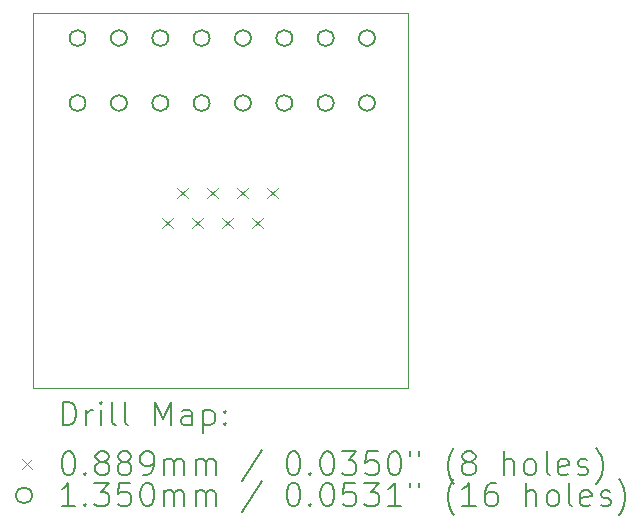
<source format=gbr>
%TF.GenerationSoftware,KiCad,Pcbnew,7.0.7*%
%TF.CreationDate,2024-02-07T12:50:50-08:00*%
%TF.ProjectId,EthBreakoutBoard,45746842-7265-4616-9b6f-7574426f6172,rev?*%
%TF.SameCoordinates,Original*%
%TF.FileFunction,Drillmap*%
%TF.FilePolarity,Positive*%
%FSLAX45Y45*%
G04 Gerber Fmt 4.5, Leading zero omitted, Abs format (unit mm)*
G04 Created by KiCad (PCBNEW 7.0.7) date 2024-02-07 12:50:50*
%MOMM*%
%LPD*%
G01*
G04 APERTURE LIST*
%ADD10C,0.100000*%
%ADD11C,0.200000*%
%ADD12C,0.088900*%
%ADD13C,0.135000*%
G04 APERTURE END LIST*
D10*
X2540000Y-2540000D02*
X5715000Y-2540000D01*
X5715000Y-5715000D01*
X2540000Y-5715000D01*
X2540000Y-2540000D01*
D11*
D12*
X3638550Y-4273550D02*
X3727450Y-4362450D01*
X3727450Y-4273550D02*
X3638550Y-4362450D01*
X3765550Y-4019550D02*
X3854450Y-4108450D01*
X3854450Y-4019550D02*
X3765550Y-4108450D01*
X3892550Y-4273550D02*
X3981450Y-4362450D01*
X3981450Y-4273550D02*
X3892550Y-4362450D01*
X4019550Y-4019550D02*
X4108450Y-4108450D01*
X4108450Y-4019550D02*
X4019550Y-4108450D01*
X4146550Y-4273550D02*
X4235450Y-4362450D01*
X4235450Y-4273550D02*
X4146550Y-4362450D01*
X4273550Y-4019550D02*
X4362450Y-4108450D01*
X4362450Y-4019550D02*
X4273550Y-4108450D01*
X4400550Y-4273550D02*
X4489450Y-4362450D01*
X4489450Y-4273550D02*
X4400550Y-4362450D01*
X4527550Y-4019550D02*
X4616450Y-4108450D01*
X4616450Y-4019550D02*
X4527550Y-4108450D01*
D13*
X2988500Y-2752000D02*
G75*
G03*
X2988500Y-2752000I-67500J0D01*
G01*
X2988500Y-3302000D02*
G75*
G03*
X2988500Y-3302000I-67500J0D01*
G01*
X3338500Y-2752000D02*
G75*
G03*
X3338500Y-2752000I-67500J0D01*
G01*
X3338500Y-3302000D02*
G75*
G03*
X3338500Y-3302000I-67500J0D01*
G01*
X3688500Y-2752000D02*
G75*
G03*
X3688500Y-2752000I-67500J0D01*
G01*
X3688500Y-3302000D02*
G75*
G03*
X3688500Y-3302000I-67500J0D01*
G01*
X4038500Y-2752000D02*
G75*
G03*
X4038500Y-2752000I-67500J0D01*
G01*
X4038500Y-3302000D02*
G75*
G03*
X4038500Y-3302000I-67500J0D01*
G01*
X4388500Y-2752000D02*
G75*
G03*
X4388500Y-2752000I-67500J0D01*
G01*
X4388500Y-3302000D02*
G75*
G03*
X4388500Y-3302000I-67500J0D01*
G01*
X4738500Y-2752000D02*
G75*
G03*
X4738500Y-2752000I-67500J0D01*
G01*
X4738500Y-3302000D02*
G75*
G03*
X4738500Y-3302000I-67500J0D01*
G01*
X5088500Y-2752000D02*
G75*
G03*
X5088500Y-2752000I-67500J0D01*
G01*
X5088500Y-3302000D02*
G75*
G03*
X5088500Y-3302000I-67500J0D01*
G01*
X5438500Y-2752000D02*
G75*
G03*
X5438500Y-2752000I-67500J0D01*
G01*
X5438500Y-3302000D02*
G75*
G03*
X5438500Y-3302000I-67500J0D01*
G01*
D11*
X2795777Y-6031484D02*
X2795777Y-5831484D01*
X2795777Y-5831484D02*
X2843396Y-5831484D01*
X2843396Y-5831484D02*
X2871967Y-5841008D01*
X2871967Y-5841008D02*
X2891015Y-5860055D01*
X2891015Y-5860055D02*
X2900539Y-5879103D01*
X2900539Y-5879103D02*
X2910062Y-5917198D01*
X2910062Y-5917198D02*
X2910062Y-5945769D01*
X2910062Y-5945769D02*
X2900539Y-5983865D01*
X2900539Y-5983865D02*
X2891015Y-6002912D01*
X2891015Y-6002912D02*
X2871967Y-6021960D01*
X2871967Y-6021960D02*
X2843396Y-6031484D01*
X2843396Y-6031484D02*
X2795777Y-6031484D01*
X2995777Y-6031484D02*
X2995777Y-5898150D01*
X2995777Y-5936246D02*
X3005301Y-5917198D01*
X3005301Y-5917198D02*
X3014824Y-5907674D01*
X3014824Y-5907674D02*
X3033872Y-5898150D01*
X3033872Y-5898150D02*
X3052920Y-5898150D01*
X3119586Y-6031484D02*
X3119586Y-5898150D01*
X3119586Y-5831484D02*
X3110062Y-5841008D01*
X3110062Y-5841008D02*
X3119586Y-5850531D01*
X3119586Y-5850531D02*
X3129110Y-5841008D01*
X3129110Y-5841008D02*
X3119586Y-5831484D01*
X3119586Y-5831484D02*
X3119586Y-5850531D01*
X3243396Y-6031484D02*
X3224348Y-6021960D01*
X3224348Y-6021960D02*
X3214824Y-6002912D01*
X3214824Y-6002912D02*
X3214824Y-5831484D01*
X3348158Y-6031484D02*
X3329110Y-6021960D01*
X3329110Y-6021960D02*
X3319586Y-6002912D01*
X3319586Y-6002912D02*
X3319586Y-5831484D01*
X3576729Y-6031484D02*
X3576729Y-5831484D01*
X3576729Y-5831484D02*
X3643396Y-5974341D01*
X3643396Y-5974341D02*
X3710062Y-5831484D01*
X3710062Y-5831484D02*
X3710062Y-6031484D01*
X3891015Y-6031484D02*
X3891015Y-5926722D01*
X3891015Y-5926722D02*
X3881491Y-5907674D01*
X3881491Y-5907674D02*
X3862443Y-5898150D01*
X3862443Y-5898150D02*
X3824348Y-5898150D01*
X3824348Y-5898150D02*
X3805301Y-5907674D01*
X3891015Y-6021960D02*
X3871967Y-6031484D01*
X3871967Y-6031484D02*
X3824348Y-6031484D01*
X3824348Y-6031484D02*
X3805301Y-6021960D01*
X3805301Y-6021960D02*
X3795777Y-6002912D01*
X3795777Y-6002912D02*
X3795777Y-5983865D01*
X3795777Y-5983865D02*
X3805301Y-5964817D01*
X3805301Y-5964817D02*
X3824348Y-5955293D01*
X3824348Y-5955293D02*
X3871967Y-5955293D01*
X3871967Y-5955293D02*
X3891015Y-5945769D01*
X3986253Y-5898150D02*
X3986253Y-6098150D01*
X3986253Y-5907674D02*
X4005301Y-5898150D01*
X4005301Y-5898150D02*
X4043396Y-5898150D01*
X4043396Y-5898150D02*
X4062443Y-5907674D01*
X4062443Y-5907674D02*
X4071967Y-5917198D01*
X4071967Y-5917198D02*
X4081491Y-5936246D01*
X4081491Y-5936246D02*
X4081491Y-5993388D01*
X4081491Y-5993388D02*
X4071967Y-6012436D01*
X4071967Y-6012436D02*
X4062443Y-6021960D01*
X4062443Y-6021960D02*
X4043396Y-6031484D01*
X4043396Y-6031484D02*
X4005301Y-6031484D01*
X4005301Y-6031484D02*
X3986253Y-6021960D01*
X4167205Y-6012436D02*
X4176729Y-6021960D01*
X4176729Y-6021960D02*
X4167205Y-6031484D01*
X4167205Y-6031484D02*
X4157682Y-6021960D01*
X4157682Y-6021960D02*
X4167205Y-6012436D01*
X4167205Y-6012436D02*
X4167205Y-6031484D01*
X4167205Y-5907674D02*
X4176729Y-5917198D01*
X4176729Y-5917198D02*
X4167205Y-5926722D01*
X4167205Y-5926722D02*
X4157682Y-5917198D01*
X4157682Y-5917198D02*
X4167205Y-5907674D01*
X4167205Y-5907674D02*
X4167205Y-5926722D01*
D12*
X2446100Y-6315550D02*
X2535000Y-6404450D01*
X2535000Y-6315550D02*
X2446100Y-6404450D01*
D11*
X2833872Y-6251484D02*
X2852920Y-6251484D01*
X2852920Y-6251484D02*
X2871967Y-6261008D01*
X2871967Y-6261008D02*
X2881491Y-6270531D01*
X2881491Y-6270531D02*
X2891015Y-6289579D01*
X2891015Y-6289579D02*
X2900539Y-6327674D01*
X2900539Y-6327674D02*
X2900539Y-6375293D01*
X2900539Y-6375293D02*
X2891015Y-6413388D01*
X2891015Y-6413388D02*
X2881491Y-6432436D01*
X2881491Y-6432436D02*
X2871967Y-6441960D01*
X2871967Y-6441960D02*
X2852920Y-6451484D01*
X2852920Y-6451484D02*
X2833872Y-6451484D01*
X2833872Y-6451484D02*
X2814824Y-6441960D01*
X2814824Y-6441960D02*
X2805301Y-6432436D01*
X2805301Y-6432436D02*
X2795777Y-6413388D01*
X2795777Y-6413388D02*
X2786253Y-6375293D01*
X2786253Y-6375293D02*
X2786253Y-6327674D01*
X2786253Y-6327674D02*
X2795777Y-6289579D01*
X2795777Y-6289579D02*
X2805301Y-6270531D01*
X2805301Y-6270531D02*
X2814824Y-6261008D01*
X2814824Y-6261008D02*
X2833872Y-6251484D01*
X2986253Y-6432436D02*
X2995777Y-6441960D01*
X2995777Y-6441960D02*
X2986253Y-6451484D01*
X2986253Y-6451484D02*
X2976729Y-6441960D01*
X2976729Y-6441960D02*
X2986253Y-6432436D01*
X2986253Y-6432436D02*
X2986253Y-6451484D01*
X3110062Y-6337198D02*
X3091015Y-6327674D01*
X3091015Y-6327674D02*
X3081491Y-6318150D01*
X3081491Y-6318150D02*
X3071967Y-6299103D01*
X3071967Y-6299103D02*
X3071967Y-6289579D01*
X3071967Y-6289579D02*
X3081491Y-6270531D01*
X3081491Y-6270531D02*
X3091015Y-6261008D01*
X3091015Y-6261008D02*
X3110062Y-6251484D01*
X3110062Y-6251484D02*
X3148158Y-6251484D01*
X3148158Y-6251484D02*
X3167205Y-6261008D01*
X3167205Y-6261008D02*
X3176729Y-6270531D01*
X3176729Y-6270531D02*
X3186253Y-6289579D01*
X3186253Y-6289579D02*
X3186253Y-6299103D01*
X3186253Y-6299103D02*
X3176729Y-6318150D01*
X3176729Y-6318150D02*
X3167205Y-6327674D01*
X3167205Y-6327674D02*
X3148158Y-6337198D01*
X3148158Y-6337198D02*
X3110062Y-6337198D01*
X3110062Y-6337198D02*
X3091015Y-6346722D01*
X3091015Y-6346722D02*
X3081491Y-6356246D01*
X3081491Y-6356246D02*
X3071967Y-6375293D01*
X3071967Y-6375293D02*
X3071967Y-6413388D01*
X3071967Y-6413388D02*
X3081491Y-6432436D01*
X3081491Y-6432436D02*
X3091015Y-6441960D01*
X3091015Y-6441960D02*
X3110062Y-6451484D01*
X3110062Y-6451484D02*
X3148158Y-6451484D01*
X3148158Y-6451484D02*
X3167205Y-6441960D01*
X3167205Y-6441960D02*
X3176729Y-6432436D01*
X3176729Y-6432436D02*
X3186253Y-6413388D01*
X3186253Y-6413388D02*
X3186253Y-6375293D01*
X3186253Y-6375293D02*
X3176729Y-6356246D01*
X3176729Y-6356246D02*
X3167205Y-6346722D01*
X3167205Y-6346722D02*
X3148158Y-6337198D01*
X3300539Y-6337198D02*
X3281491Y-6327674D01*
X3281491Y-6327674D02*
X3271967Y-6318150D01*
X3271967Y-6318150D02*
X3262443Y-6299103D01*
X3262443Y-6299103D02*
X3262443Y-6289579D01*
X3262443Y-6289579D02*
X3271967Y-6270531D01*
X3271967Y-6270531D02*
X3281491Y-6261008D01*
X3281491Y-6261008D02*
X3300539Y-6251484D01*
X3300539Y-6251484D02*
X3338634Y-6251484D01*
X3338634Y-6251484D02*
X3357682Y-6261008D01*
X3357682Y-6261008D02*
X3367205Y-6270531D01*
X3367205Y-6270531D02*
X3376729Y-6289579D01*
X3376729Y-6289579D02*
X3376729Y-6299103D01*
X3376729Y-6299103D02*
X3367205Y-6318150D01*
X3367205Y-6318150D02*
X3357682Y-6327674D01*
X3357682Y-6327674D02*
X3338634Y-6337198D01*
X3338634Y-6337198D02*
X3300539Y-6337198D01*
X3300539Y-6337198D02*
X3281491Y-6346722D01*
X3281491Y-6346722D02*
X3271967Y-6356246D01*
X3271967Y-6356246D02*
X3262443Y-6375293D01*
X3262443Y-6375293D02*
X3262443Y-6413388D01*
X3262443Y-6413388D02*
X3271967Y-6432436D01*
X3271967Y-6432436D02*
X3281491Y-6441960D01*
X3281491Y-6441960D02*
X3300539Y-6451484D01*
X3300539Y-6451484D02*
X3338634Y-6451484D01*
X3338634Y-6451484D02*
X3357682Y-6441960D01*
X3357682Y-6441960D02*
X3367205Y-6432436D01*
X3367205Y-6432436D02*
X3376729Y-6413388D01*
X3376729Y-6413388D02*
X3376729Y-6375293D01*
X3376729Y-6375293D02*
X3367205Y-6356246D01*
X3367205Y-6356246D02*
X3357682Y-6346722D01*
X3357682Y-6346722D02*
X3338634Y-6337198D01*
X3471967Y-6451484D02*
X3510062Y-6451484D01*
X3510062Y-6451484D02*
X3529110Y-6441960D01*
X3529110Y-6441960D02*
X3538634Y-6432436D01*
X3538634Y-6432436D02*
X3557682Y-6403865D01*
X3557682Y-6403865D02*
X3567205Y-6365769D01*
X3567205Y-6365769D02*
X3567205Y-6289579D01*
X3567205Y-6289579D02*
X3557682Y-6270531D01*
X3557682Y-6270531D02*
X3548158Y-6261008D01*
X3548158Y-6261008D02*
X3529110Y-6251484D01*
X3529110Y-6251484D02*
X3491015Y-6251484D01*
X3491015Y-6251484D02*
X3471967Y-6261008D01*
X3471967Y-6261008D02*
X3462443Y-6270531D01*
X3462443Y-6270531D02*
X3452920Y-6289579D01*
X3452920Y-6289579D02*
X3452920Y-6337198D01*
X3452920Y-6337198D02*
X3462443Y-6356246D01*
X3462443Y-6356246D02*
X3471967Y-6365769D01*
X3471967Y-6365769D02*
X3491015Y-6375293D01*
X3491015Y-6375293D02*
X3529110Y-6375293D01*
X3529110Y-6375293D02*
X3548158Y-6365769D01*
X3548158Y-6365769D02*
X3557682Y-6356246D01*
X3557682Y-6356246D02*
X3567205Y-6337198D01*
X3652920Y-6451484D02*
X3652920Y-6318150D01*
X3652920Y-6337198D02*
X3662443Y-6327674D01*
X3662443Y-6327674D02*
X3681491Y-6318150D01*
X3681491Y-6318150D02*
X3710063Y-6318150D01*
X3710063Y-6318150D02*
X3729110Y-6327674D01*
X3729110Y-6327674D02*
X3738634Y-6346722D01*
X3738634Y-6346722D02*
X3738634Y-6451484D01*
X3738634Y-6346722D02*
X3748158Y-6327674D01*
X3748158Y-6327674D02*
X3767205Y-6318150D01*
X3767205Y-6318150D02*
X3795777Y-6318150D01*
X3795777Y-6318150D02*
X3814824Y-6327674D01*
X3814824Y-6327674D02*
X3824348Y-6346722D01*
X3824348Y-6346722D02*
X3824348Y-6451484D01*
X3919586Y-6451484D02*
X3919586Y-6318150D01*
X3919586Y-6337198D02*
X3929110Y-6327674D01*
X3929110Y-6327674D02*
X3948158Y-6318150D01*
X3948158Y-6318150D02*
X3976729Y-6318150D01*
X3976729Y-6318150D02*
X3995777Y-6327674D01*
X3995777Y-6327674D02*
X4005301Y-6346722D01*
X4005301Y-6346722D02*
X4005301Y-6451484D01*
X4005301Y-6346722D02*
X4014824Y-6327674D01*
X4014824Y-6327674D02*
X4033872Y-6318150D01*
X4033872Y-6318150D02*
X4062443Y-6318150D01*
X4062443Y-6318150D02*
X4081491Y-6327674D01*
X4081491Y-6327674D02*
X4091015Y-6346722D01*
X4091015Y-6346722D02*
X4091015Y-6451484D01*
X4481491Y-6241960D02*
X4310063Y-6499103D01*
X4738634Y-6251484D02*
X4757682Y-6251484D01*
X4757682Y-6251484D02*
X4776729Y-6261008D01*
X4776729Y-6261008D02*
X4786253Y-6270531D01*
X4786253Y-6270531D02*
X4795777Y-6289579D01*
X4795777Y-6289579D02*
X4805301Y-6327674D01*
X4805301Y-6327674D02*
X4805301Y-6375293D01*
X4805301Y-6375293D02*
X4795777Y-6413388D01*
X4795777Y-6413388D02*
X4786253Y-6432436D01*
X4786253Y-6432436D02*
X4776729Y-6441960D01*
X4776729Y-6441960D02*
X4757682Y-6451484D01*
X4757682Y-6451484D02*
X4738634Y-6451484D01*
X4738634Y-6451484D02*
X4719587Y-6441960D01*
X4719587Y-6441960D02*
X4710063Y-6432436D01*
X4710063Y-6432436D02*
X4700539Y-6413388D01*
X4700539Y-6413388D02*
X4691015Y-6375293D01*
X4691015Y-6375293D02*
X4691015Y-6327674D01*
X4691015Y-6327674D02*
X4700539Y-6289579D01*
X4700539Y-6289579D02*
X4710063Y-6270531D01*
X4710063Y-6270531D02*
X4719587Y-6261008D01*
X4719587Y-6261008D02*
X4738634Y-6251484D01*
X4891015Y-6432436D02*
X4900539Y-6441960D01*
X4900539Y-6441960D02*
X4891015Y-6451484D01*
X4891015Y-6451484D02*
X4881491Y-6441960D01*
X4881491Y-6441960D02*
X4891015Y-6432436D01*
X4891015Y-6432436D02*
X4891015Y-6451484D01*
X5024348Y-6251484D02*
X5043396Y-6251484D01*
X5043396Y-6251484D02*
X5062444Y-6261008D01*
X5062444Y-6261008D02*
X5071968Y-6270531D01*
X5071968Y-6270531D02*
X5081491Y-6289579D01*
X5081491Y-6289579D02*
X5091015Y-6327674D01*
X5091015Y-6327674D02*
X5091015Y-6375293D01*
X5091015Y-6375293D02*
X5081491Y-6413388D01*
X5081491Y-6413388D02*
X5071968Y-6432436D01*
X5071968Y-6432436D02*
X5062444Y-6441960D01*
X5062444Y-6441960D02*
X5043396Y-6451484D01*
X5043396Y-6451484D02*
X5024348Y-6451484D01*
X5024348Y-6451484D02*
X5005301Y-6441960D01*
X5005301Y-6441960D02*
X4995777Y-6432436D01*
X4995777Y-6432436D02*
X4986253Y-6413388D01*
X4986253Y-6413388D02*
X4976729Y-6375293D01*
X4976729Y-6375293D02*
X4976729Y-6327674D01*
X4976729Y-6327674D02*
X4986253Y-6289579D01*
X4986253Y-6289579D02*
X4995777Y-6270531D01*
X4995777Y-6270531D02*
X5005301Y-6261008D01*
X5005301Y-6261008D02*
X5024348Y-6251484D01*
X5157682Y-6251484D02*
X5281491Y-6251484D01*
X5281491Y-6251484D02*
X5214825Y-6327674D01*
X5214825Y-6327674D02*
X5243396Y-6327674D01*
X5243396Y-6327674D02*
X5262444Y-6337198D01*
X5262444Y-6337198D02*
X5271968Y-6346722D01*
X5271968Y-6346722D02*
X5281491Y-6365769D01*
X5281491Y-6365769D02*
X5281491Y-6413388D01*
X5281491Y-6413388D02*
X5271968Y-6432436D01*
X5271968Y-6432436D02*
X5262444Y-6441960D01*
X5262444Y-6441960D02*
X5243396Y-6451484D01*
X5243396Y-6451484D02*
X5186253Y-6451484D01*
X5186253Y-6451484D02*
X5167206Y-6441960D01*
X5167206Y-6441960D02*
X5157682Y-6432436D01*
X5462444Y-6251484D02*
X5367206Y-6251484D01*
X5367206Y-6251484D02*
X5357682Y-6346722D01*
X5357682Y-6346722D02*
X5367206Y-6337198D01*
X5367206Y-6337198D02*
X5386253Y-6327674D01*
X5386253Y-6327674D02*
X5433872Y-6327674D01*
X5433872Y-6327674D02*
X5452920Y-6337198D01*
X5452920Y-6337198D02*
X5462444Y-6346722D01*
X5462444Y-6346722D02*
X5471968Y-6365769D01*
X5471968Y-6365769D02*
X5471968Y-6413388D01*
X5471968Y-6413388D02*
X5462444Y-6432436D01*
X5462444Y-6432436D02*
X5452920Y-6441960D01*
X5452920Y-6441960D02*
X5433872Y-6451484D01*
X5433872Y-6451484D02*
X5386253Y-6451484D01*
X5386253Y-6451484D02*
X5367206Y-6441960D01*
X5367206Y-6441960D02*
X5357682Y-6432436D01*
X5595777Y-6251484D02*
X5614825Y-6251484D01*
X5614825Y-6251484D02*
X5633872Y-6261008D01*
X5633872Y-6261008D02*
X5643396Y-6270531D01*
X5643396Y-6270531D02*
X5652920Y-6289579D01*
X5652920Y-6289579D02*
X5662444Y-6327674D01*
X5662444Y-6327674D02*
X5662444Y-6375293D01*
X5662444Y-6375293D02*
X5652920Y-6413388D01*
X5652920Y-6413388D02*
X5643396Y-6432436D01*
X5643396Y-6432436D02*
X5633872Y-6441960D01*
X5633872Y-6441960D02*
X5614825Y-6451484D01*
X5614825Y-6451484D02*
X5595777Y-6451484D01*
X5595777Y-6451484D02*
X5576729Y-6441960D01*
X5576729Y-6441960D02*
X5567206Y-6432436D01*
X5567206Y-6432436D02*
X5557682Y-6413388D01*
X5557682Y-6413388D02*
X5548158Y-6375293D01*
X5548158Y-6375293D02*
X5548158Y-6327674D01*
X5548158Y-6327674D02*
X5557682Y-6289579D01*
X5557682Y-6289579D02*
X5567206Y-6270531D01*
X5567206Y-6270531D02*
X5576729Y-6261008D01*
X5576729Y-6261008D02*
X5595777Y-6251484D01*
X5738634Y-6251484D02*
X5738634Y-6289579D01*
X5814825Y-6251484D02*
X5814825Y-6289579D01*
X6110063Y-6527674D02*
X6100539Y-6518150D01*
X6100539Y-6518150D02*
X6081491Y-6489579D01*
X6081491Y-6489579D02*
X6071968Y-6470531D01*
X6071968Y-6470531D02*
X6062444Y-6441960D01*
X6062444Y-6441960D02*
X6052920Y-6394341D01*
X6052920Y-6394341D02*
X6052920Y-6356246D01*
X6052920Y-6356246D02*
X6062444Y-6308627D01*
X6062444Y-6308627D02*
X6071968Y-6280055D01*
X6071968Y-6280055D02*
X6081491Y-6261008D01*
X6081491Y-6261008D02*
X6100539Y-6232436D01*
X6100539Y-6232436D02*
X6110063Y-6222912D01*
X6214825Y-6337198D02*
X6195777Y-6327674D01*
X6195777Y-6327674D02*
X6186253Y-6318150D01*
X6186253Y-6318150D02*
X6176729Y-6299103D01*
X6176729Y-6299103D02*
X6176729Y-6289579D01*
X6176729Y-6289579D02*
X6186253Y-6270531D01*
X6186253Y-6270531D02*
X6195777Y-6261008D01*
X6195777Y-6261008D02*
X6214825Y-6251484D01*
X6214825Y-6251484D02*
X6252920Y-6251484D01*
X6252920Y-6251484D02*
X6271968Y-6261008D01*
X6271968Y-6261008D02*
X6281491Y-6270531D01*
X6281491Y-6270531D02*
X6291015Y-6289579D01*
X6291015Y-6289579D02*
X6291015Y-6299103D01*
X6291015Y-6299103D02*
X6281491Y-6318150D01*
X6281491Y-6318150D02*
X6271968Y-6327674D01*
X6271968Y-6327674D02*
X6252920Y-6337198D01*
X6252920Y-6337198D02*
X6214825Y-6337198D01*
X6214825Y-6337198D02*
X6195777Y-6346722D01*
X6195777Y-6346722D02*
X6186253Y-6356246D01*
X6186253Y-6356246D02*
X6176729Y-6375293D01*
X6176729Y-6375293D02*
X6176729Y-6413388D01*
X6176729Y-6413388D02*
X6186253Y-6432436D01*
X6186253Y-6432436D02*
X6195777Y-6441960D01*
X6195777Y-6441960D02*
X6214825Y-6451484D01*
X6214825Y-6451484D02*
X6252920Y-6451484D01*
X6252920Y-6451484D02*
X6271968Y-6441960D01*
X6271968Y-6441960D02*
X6281491Y-6432436D01*
X6281491Y-6432436D02*
X6291015Y-6413388D01*
X6291015Y-6413388D02*
X6291015Y-6375293D01*
X6291015Y-6375293D02*
X6281491Y-6356246D01*
X6281491Y-6356246D02*
X6271968Y-6346722D01*
X6271968Y-6346722D02*
X6252920Y-6337198D01*
X6529110Y-6451484D02*
X6529110Y-6251484D01*
X6614825Y-6451484D02*
X6614825Y-6346722D01*
X6614825Y-6346722D02*
X6605301Y-6327674D01*
X6605301Y-6327674D02*
X6586253Y-6318150D01*
X6586253Y-6318150D02*
X6557682Y-6318150D01*
X6557682Y-6318150D02*
X6538634Y-6327674D01*
X6538634Y-6327674D02*
X6529110Y-6337198D01*
X6738634Y-6451484D02*
X6719587Y-6441960D01*
X6719587Y-6441960D02*
X6710063Y-6432436D01*
X6710063Y-6432436D02*
X6700539Y-6413388D01*
X6700539Y-6413388D02*
X6700539Y-6356246D01*
X6700539Y-6356246D02*
X6710063Y-6337198D01*
X6710063Y-6337198D02*
X6719587Y-6327674D01*
X6719587Y-6327674D02*
X6738634Y-6318150D01*
X6738634Y-6318150D02*
X6767206Y-6318150D01*
X6767206Y-6318150D02*
X6786253Y-6327674D01*
X6786253Y-6327674D02*
X6795777Y-6337198D01*
X6795777Y-6337198D02*
X6805301Y-6356246D01*
X6805301Y-6356246D02*
X6805301Y-6413388D01*
X6805301Y-6413388D02*
X6795777Y-6432436D01*
X6795777Y-6432436D02*
X6786253Y-6441960D01*
X6786253Y-6441960D02*
X6767206Y-6451484D01*
X6767206Y-6451484D02*
X6738634Y-6451484D01*
X6919587Y-6451484D02*
X6900539Y-6441960D01*
X6900539Y-6441960D02*
X6891015Y-6422912D01*
X6891015Y-6422912D02*
X6891015Y-6251484D01*
X7071968Y-6441960D02*
X7052920Y-6451484D01*
X7052920Y-6451484D02*
X7014825Y-6451484D01*
X7014825Y-6451484D02*
X6995777Y-6441960D01*
X6995777Y-6441960D02*
X6986253Y-6422912D01*
X6986253Y-6422912D02*
X6986253Y-6346722D01*
X6986253Y-6346722D02*
X6995777Y-6327674D01*
X6995777Y-6327674D02*
X7014825Y-6318150D01*
X7014825Y-6318150D02*
X7052920Y-6318150D01*
X7052920Y-6318150D02*
X7071968Y-6327674D01*
X7071968Y-6327674D02*
X7081491Y-6346722D01*
X7081491Y-6346722D02*
X7081491Y-6365769D01*
X7081491Y-6365769D02*
X6986253Y-6384817D01*
X7157682Y-6441960D02*
X7176730Y-6451484D01*
X7176730Y-6451484D02*
X7214825Y-6451484D01*
X7214825Y-6451484D02*
X7233872Y-6441960D01*
X7233872Y-6441960D02*
X7243396Y-6422912D01*
X7243396Y-6422912D02*
X7243396Y-6413388D01*
X7243396Y-6413388D02*
X7233872Y-6394341D01*
X7233872Y-6394341D02*
X7214825Y-6384817D01*
X7214825Y-6384817D02*
X7186253Y-6384817D01*
X7186253Y-6384817D02*
X7167206Y-6375293D01*
X7167206Y-6375293D02*
X7157682Y-6356246D01*
X7157682Y-6356246D02*
X7157682Y-6346722D01*
X7157682Y-6346722D02*
X7167206Y-6327674D01*
X7167206Y-6327674D02*
X7186253Y-6318150D01*
X7186253Y-6318150D02*
X7214825Y-6318150D01*
X7214825Y-6318150D02*
X7233872Y-6327674D01*
X7310063Y-6527674D02*
X7319587Y-6518150D01*
X7319587Y-6518150D02*
X7338634Y-6489579D01*
X7338634Y-6489579D02*
X7348158Y-6470531D01*
X7348158Y-6470531D02*
X7357682Y-6441960D01*
X7357682Y-6441960D02*
X7367206Y-6394341D01*
X7367206Y-6394341D02*
X7367206Y-6356246D01*
X7367206Y-6356246D02*
X7357682Y-6308627D01*
X7357682Y-6308627D02*
X7348158Y-6280055D01*
X7348158Y-6280055D02*
X7338634Y-6261008D01*
X7338634Y-6261008D02*
X7319587Y-6232436D01*
X7319587Y-6232436D02*
X7310063Y-6222912D01*
D13*
X2535000Y-6624000D02*
G75*
G03*
X2535000Y-6624000I-67500J0D01*
G01*
D11*
X2900539Y-6715484D02*
X2786253Y-6715484D01*
X2843396Y-6715484D02*
X2843396Y-6515484D01*
X2843396Y-6515484D02*
X2824348Y-6544055D01*
X2824348Y-6544055D02*
X2805301Y-6563103D01*
X2805301Y-6563103D02*
X2786253Y-6572627D01*
X2986253Y-6696436D02*
X2995777Y-6705960D01*
X2995777Y-6705960D02*
X2986253Y-6715484D01*
X2986253Y-6715484D02*
X2976729Y-6705960D01*
X2976729Y-6705960D02*
X2986253Y-6696436D01*
X2986253Y-6696436D02*
X2986253Y-6715484D01*
X3062443Y-6515484D02*
X3186253Y-6515484D01*
X3186253Y-6515484D02*
X3119586Y-6591674D01*
X3119586Y-6591674D02*
X3148158Y-6591674D01*
X3148158Y-6591674D02*
X3167205Y-6601198D01*
X3167205Y-6601198D02*
X3176729Y-6610722D01*
X3176729Y-6610722D02*
X3186253Y-6629769D01*
X3186253Y-6629769D02*
X3186253Y-6677388D01*
X3186253Y-6677388D02*
X3176729Y-6696436D01*
X3176729Y-6696436D02*
X3167205Y-6705960D01*
X3167205Y-6705960D02*
X3148158Y-6715484D01*
X3148158Y-6715484D02*
X3091015Y-6715484D01*
X3091015Y-6715484D02*
X3071967Y-6705960D01*
X3071967Y-6705960D02*
X3062443Y-6696436D01*
X3367205Y-6515484D02*
X3271967Y-6515484D01*
X3271967Y-6515484D02*
X3262443Y-6610722D01*
X3262443Y-6610722D02*
X3271967Y-6601198D01*
X3271967Y-6601198D02*
X3291015Y-6591674D01*
X3291015Y-6591674D02*
X3338634Y-6591674D01*
X3338634Y-6591674D02*
X3357682Y-6601198D01*
X3357682Y-6601198D02*
X3367205Y-6610722D01*
X3367205Y-6610722D02*
X3376729Y-6629769D01*
X3376729Y-6629769D02*
X3376729Y-6677388D01*
X3376729Y-6677388D02*
X3367205Y-6696436D01*
X3367205Y-6696436D02*
X3357682Y-6705960D01*
X3357682Y-6705960D02*
X3338634Y-6715484D01*
X3338634Y-6715484D02*
X3291015Y-6715484D01*
X3291015Y-6715484D02*
X3271967Y-6705960D01*
X3271967Y-6705960D02*
X3262443Y-6696436D01*
X3500539Y-6515484D02*
X3519586Y-6515484D01*
X3519586Y-6515484D02*
X3538634Y-6525008D01*
X3538634Y-6525008D02*
X3548158Y-6534531D01*
X3548158Y-6534531D02*
X3557682Y-6553579D01*
X3557682Y-6553579D02*
X3567205Y-6591674D01*
X3567205Y-6591674D02*
X3567205Y-6639293D01*
X3567205Y-6639293D02*
X3557682Y-6677388D01*
X3557682Y-6677388D02*
X3548158Y-6696436D01*
X3548158Y-6696436D02*
X3538634Y-6705960D01*
X3538634Y-6705960D02*
X3519586Y-6715484D01*
X3519586Y-6715484D02*
X3500539Y-6715484D01*
X3500539Y-6715484D02*
X3481491Y-6705960D01*
X3481491Y-6705960D02*
X3471967Y-6696436D01*
X3471967Y-6696436D02*
X3462443Y-6677388D01*
X3462443Y-6677388D02*
X3452920Y-6639293D01*
X3452920Y-6639293D02*
X3452920Y-6591674D01*
X3452920Y-6591674D02*
X3462443Y-6553579D01*
X3462443Y-6553579D02*
X3471967Y-6534531D01*
X3471967Y-6534531D02*
X3481491Y-6525008D01*
X3481491Y-6525008D02*
X3500539Y-6515484D01*
X3652920Y-6715484D02*
X3652920Y-6582150D01*
X3652920Y-6601198D02*
X3662443Y-6591674D01*
X3662443Y-6591674D02*
X3681491Y-6582150D01*
X3681491Y-6582150D02*
X3710063Y-6582150D01*
X3710063Y-6582150D02*
X3729110Y-6591674D01*
X3729110Y-6591674D02*
X3738634Y-6610722D01*
X3738634Y-6610722D02*
X3738634Y-6715484D01*
X3738634Y-6610722D02*
X3748158Y-6591674D01*
X3748158Y-6591674D02*
X3767205Y-6582150D01*
X3767205Y-6582150D02*
X3795777Y-6582150D01*
X3795777Y-6582150D02*
X3814824Y-6591674D01*
X3814824Y-6591674D02*
X3824348Y-6610722D01*
X3824348Y-6610722D02*
X3824348Y-6715484D01*
X3919586Y-6715484D02*
X3919586Y-6582150D01*
X3919586Y-6601198D02*
X3929110Y-6591674D01*
X3929110Y-6591674D02*
X3948158Y-6582150D01*
X3948158Y-6582150D02*
X3976729Y-6582150D01*
X3976729Y-6582150D02*
X3995777Y-6591674D01*
X3995777Y-6591674D02*
X4005301Y-6610722D01*
X4005301Y-6610722D02*
X4005301Y-6715484D01*
X4005301Y-6610722D02*
X4014824Y-6591674D01*
X4014824Y-6591674D02*
X4033872Y-6582150D01*
X4033872Y-6582150D02*
X4062443Y-6582150D01*
X4062443Y-6582150D02*
X4081491Y-6591674D01*
X4081491Y-6591674D02*
X4091015Y-6610722D01*
X4091015Y-6610722D02*
X4091015Y-6715484D01*
X4481491Y-6505960D02*
X4310063Y-6763103D01*
X4738634Y-6515484D02*
X4757682Y-6515484D01*
X4757682Y-6515484D02*
X4776729Y-6525008D01*
X4776729Y-6525008D02*
X4786253Y-6534531D01*
X4786253Y-6534531D02*
X4795777Y-6553579D01*
X4795777Y-6553579D02*
X4805301Y-6591674D01*
X4805301Y-6591674D02*
X4805301Y-6639293D01*
X4805301Y-6639293D02*
X4795777Y-6677388D01*
X4795777Y-6677388D02*
X4786253Y-6696436D01*
X4786253Y-6696436D02*
X4776729Y-6705960D01*
X4776729Y-6705960D02*
X4757682Y-6715484D01*
X4757682Y-6715484D02*
X4738634Y-6715484D01*
X4738634Y-6715484D02*
X4719587Y-6705960D01*
X4719587Y-6705960D02*
X4710063Y-6696436D01*
X4710063Y-6696436D02*
X4700539Y-6677388D01*
X4700539Y-6677388D02*
X4691015Y-6639293D01*
X4691015Y-6639293D02*
X4691015Y-6591674D01*
X4691015Y-6591674D02*
X4700539Y-6553579D01*
X4700539Y-6553579D02*
X4710063Y-6534531D01*
X4710063Y-6534531D02*
X4719587Y-6525008D01*
X4719587Y-6525008D02*
X4738634Y-6515484D01*
X4891015Y-6696436D02*
X4900539Y-6705960D01*
X4900539Y-6705960D02*
X4891015Y-6715484D01*
X4891015Y-6715484D02*
X4881491Y-6705960D01*
X4881491Y-6705960D02*
X4891015Y-6696436D01*
X4891015Y-6696436D02*
X4891015Y-6715484D01*
X5024348Y-6515484D02*
X5043396Y-6515484D01*
X5043396Y-6515484D02*
X5062444Y-6525008D01*
X5062444Y-6525008D02*
X5071968Y-6534531D01*
X5071968Y-6534531D02*
X5081491Y-6553579D01*
X5081491Y-6553579D02*
X5091015Y-6591674D01*
X5091015Y-6591674D02*
X5091015Y-6639293D01*
X5091015Y-6639293D02*
X5081491Y-6677388D01*
X5081491Y-6677388D02*
X5071968Y-6696436D01*
X5071968Y-6696436D02*
X5062444Y-6705960D01*
X5062444Y-6705960D02*
X5043396Y-6715484D01*
X5043396Y-6715484D02*
X5024348Y-6715484D01*
X5024348Y-6715484D02*
X5005301Y-6705960D01*
X5005301Y-6705960D02*
X4995777Y-6696436D01*
X4995777Y-6696436D02*
X4986253Y-6677388D01*
X4986253Y-6677388D02*
X4976729Y-6639293D01*
X4976729Y-6639293D02*
X4976729Y-6591674D01*
X4976729Y-6591674D02*
X4986253Y-6553579D01*
X4986253Y-6553579D02*
X4995777Y-6534531D01*
X4995777Y-6534531D02*
X5005301Y-6525008D01*
X5005301Y-6525008D02*
X5024348Y-6515484D01*
X5271968Y-6515484D02*
X5176729Y-6515484D01*
X5176729Y-6515484D02*
X5167206Y-6610722D01*
X5167206Y-6610722D02*
X5176729Y-6601198D01*
X5176729Y-6601198D02*
X5195777Y-6591674D01*
X5195777Y-6591674D02*
X5243396Y-6591674D01*
X5243396Y-6591674D02*
X5262444Y-6601198D01*
X5262444Y-6601198D02*
X5271968Y-6610722D01*
X5271968Y-6610722D02*
X5281491Y-6629769D01*
X5281491Y-6629769D02*
X5281491Y-6677388D01*
X5281491Y-6677388D02*
X5271968Y-6696436D01*
X5271968Y-6696436D02*
X5262444Y-6705960D01*
X5262444Y-6705960D02*
X5243396Y-6715484D01*
X5243396Y-6715484D02*
X5195777Y-6715484D01*
X5195777Y-6715484D02*
X5176729Y-6705960D01*
X5176729Y-6705960D02*
X5167206Y-6696436D01*
X5348158Y-6515484D02*
X5471968Y-6515484D01*
X5471968Y-6515484D02*
X5405301Y-6591674D01*
X5405301Y-6591674D02*
X5433872Y-6591674D01*
X5433872Y-6591674D02*
X5452920Y-6601198D01*
X5452920Y-6601198D02*
X5462444Y-6610722D01*
X5462444Y-6610722D02*
X5471968Y-6629769D01*
X5471968Y-6629769D02*
X5471968Y-6677388D01*
X5471968Y-6677388D02*
X5462444Y-6696436D01*
X5462444Y-6696436D02*
X5452920Y-6705960D01*
X5452920Y-6705960D02*
X5433872Y-6715484D01*
X5433872Y-6715484D02*
X5376729Y-6715484D01*
X5376729Y-6715484D02*
X5357682Y-6705960D01*
X5357682Y-6705960D02*
X5348158Y-6696436D01*
X5662444Y-6715484D02*
X5548158Y-6715484D01*
X5605301Y-6715484D02*
X5605301Y-6515484D01*
X5605301Y-6515484D02*
X5586253Y-6544055D01*
X5586253Y-6544055D02*
X5567206Y-6563103D01*
X5567206Y-6563103D02*
X5548158Y-6572627D01*
X5738634Y-6515484D02*
X5738634Y-6553579D01*
X5814825Y-6515484D02*
X5814825Y-6553579D01*
X6110063Y-6791674D02*
X6100539Y-6782150D01*
X6100539Y-6782150D02*
X6081491Y-6753579D01*
X6081491Y-6753579D02*
X6071968Y-6734531D01*
X6071968Y-6734531D02*
X6062444Y-6705960D01*
X6062444Y-6705960D02*
X6052920Y-6658341D01*
X6052920Y-6658341D02*
X6052920Y-6620246D01*
X6052920Y-6620246D02*
X6062444Y-6572627D01*
X6062444Y-6572627D02*
X6071968Y-6544055D01*
X6071968Y-6544055D02*
X6081491Y-6525008D01*
X6081491Y-6525008D02*
X6100539Y-6496436D01*
X6100539Y-6496436D02*
X6110063Y-6486912D01*
X6291015Y-6715484D02*
X6176729Y-6715484D01*
X6233872Y-6715484D02*
X6233872Y-6515484D01*
X6233872Y-6515484D02*
X6214825Y-6544055D01*
X6214825Y-6544055D02*
X6195777Y-6563103D01*
X6195777Y-6563103D02*
X6176729Y-6572627D01*
X6462444Y-6515484D02*
X6424348Y-6515484D01*
X6424348Y-6515484D02*
X6405301Y-6525008D01*
X6405301Y-6525008D02*
X6395777Y-6534531D01*
X6395777Y-6534531D02*
X6376729Y-6563103D01*
X6376729Y-6563103D02*
X6367206Y-6601198D01*
X6367206Y-6601198D02*
X6367206Y-6677388D01*
X6367206Y-6677388D02*
X6376729Y-6696436D01*
X6376729Y-6696436D02*
X6386253Y-6705960D01*
X6386253Y-6705960D02*
X6405301Y-6715484D01*
X6405301Y-6715484D02*
X6443396Y-6715484D01*
X6443396Y-6715484D02*
X6462444Y-6705960D01*
X6462444Y-6705960D02*
X6471968Y-6696436D01*
X6471968Y-6696436D02*
X6481491Y-6677388D01*
X6481491Y-6677388D02*
X6481491Y-6629769D01*
X6481491Y-6629769D02*
X6471968Y-6610722D01*
X6471968Y-6610722D02*
X6462444Y-6601198D01*
X6462444Y-6601198D02*
X6443396Y-6591674D01*
X6443396Y-6591674D02*
X6405301Y-6591674D01*
X6405301Y-6591674D02*
X6386253Y-6601198D01*
X6386253Y-6601198D02*
X6376729Y-6610722D01*
X6376729Y-6610722D02*
X6367206Y-6629769D01*
X6719587Y-6715484D02*
X6719587Y-6515484D01*
X6805301Y-6715484D02*
X6805301Y-6610722D01*
X6805301Y-6610722D02*
X6795777Y-6591674D01*
X6795777Y-6591674D02*
X6776730Y-6582150D01*
X6776730Y-6582150D02*
X6748158Y-6582150D01*
X6748158Y-6582150D02*
X6729110Y-6591674D01*
X6729110Y-6591674D02*
X6719587Y-6601198D01*
X6929110Y-6715484D02*
X6910063Y-6705960D01*
X6910063Y-6705960D02*
X6900539Y-6696436D01*
X6900539Y-6696436D02*
X6891015Y-6677388D01*
X6891015Y-6677388D02*
X6891015Y-6620246D01*
X6891015Y-6620246D02*
X6900539Y-6601198D01*
X6900539Y-6601198D02*
X6910063Y-6591674D01*
X6910063Y-6591674D02*
X6929110Y-6582150D01*
X6929110Y-6582150D02*
X6957682Y-6582150D01*
X6957682Y-6582150D02*
X6976730Y-6591674D01*
X6976730Y-6591674D02*
X6986253Y-6601198D01*
X6986253Y-6601198D02*
X6995777Y-6620246D01*
X6995777Y-6620246D02*
X6995777Y-6677388D01*
X6995777Y-6677388D02*
X6986253Y-6696436D01*
X6986253Y-6696436D02*
X6976730Y-6705960D01*
X6976730Y-6705960D02*
X6957682Y-6715484D01*
X6957682Y-6715484D02*
X6929110Y-6715484D01*
X7110063Y-6715484D02*
X7091015Y-6705960D01*
X7091015Y-6705960D02*
X7081491Y-6686912D01*
X7081491Y-6686912D02*
X7081491Y-6515484D01*
X7262444Y-6705960D02*
X7243396Y-6715484D01*
X7243396Y-6715484D02*
X7205301Y-6715484D01*
X7205301Y-6715484D02*
X7186253Y-6705960D01*
X7186253Y-6705960D02*
X7176730Y-6686912D01*
X7176730Y-6686912D02*
X7176730Y-6610722D01*
X7176730Y-6610722D02*
X7186253Y-6591674D01*
X7186253Y-6591674D02*
X7205301Y-6582150D01*
X7205301Y-6582150D02*
X7243396Y-6582150D01*
X7243396Y-6582150D02*
X7262444Y-6591674D01*
X7262444Y-6591674D02*
X7271968Y-6610722D01*
X7271968Y-6610722D02*
X7271968Y-6629769D01*
X7271968Y-6629769D02*
X7176730Y-6648817D01*
X7348158Y-6705960D02*
X7367206Y-6715484D01*
X7367206Y-6715484D02*
X7405301Y-6715484D01*
X7405301Y-6715484D02*
X7424349Y-6705960D01*
X7424349Y-6705960D02*
X7433872Y-6686912D01*
X7433872Y-6686912D02*
X7433872Y-6677388D01*
X7433872Y-6677388D02*
X7424349Y-6658341D01*
X7424349Y-6658341D02*
X7405301Y-6648817D01*
X7405301Y-6648817D02*
X7376730Y-6648817D01*
X7376730Y-6648817D02*
X7357682Y-6639293D01*
X7357682Y-6639293D02*
X7348158Y-6620246D01*
X7348158Y-6620246D02*
X7348158Y-6610722D01*
X7348158Y-6610722D02*
X7357682Y-6591674D01*
X7357682Y-6591674D02*
X7376730Y-6582150D01*
X7376730Y-6582150D02*
X7405301Y-6582150D01*
X7405301Y-6582150D02*
X7424349Y-6591674D01*
X7500539Y-6791674D02*
X7510063Y-6782150D01*
X7510063Y-6782150D02*
X7529111Y-6753579D01*
X7529111Y-6753579D02*
X7538634Y-6734531D01*
X7538634Y-6734531D02*
X7548158Y-6705960D01*
X7548158Y-6705960D02*
X7557682Y-6658341D01*
X7557682Y-6658341D02*
X7557682Y-6620246D01*
X7557682Y-6620246D02*
X7548158Y-6572627D01*
X7548158Y-6572627D02*
X7538634Y-6544055D01*
X7538634Y-6544055D02*
X7529111Y-6525008D01*
X7529111Y-6525008D02*
X7510063Y-6496436D01*
X7510063Y-6496436D02*
X7500539Y-6486912D01*
M02*

</source>
